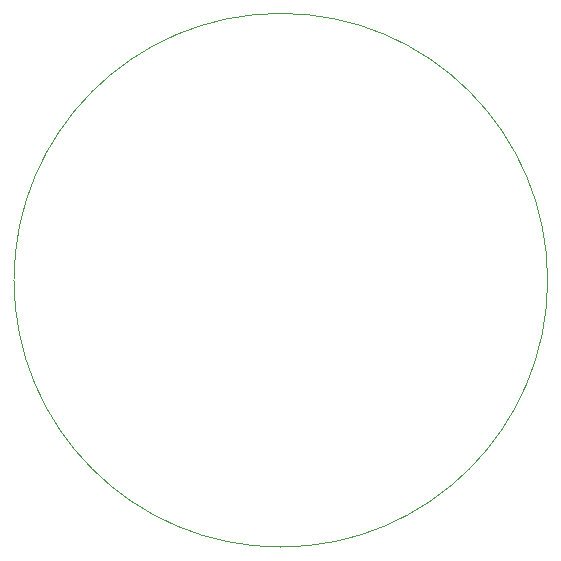
<source format=gm1>
G04 #@! TF.GenerationSoftware,KiCad,Pcbnew,7.0.8*
G04 #@! TF.CreationDate,2023-12-04T03:04:35-07:00*
G04 #@! TF.ProjectId,Lit,4c69742e-6b69-4636-9164-5f7063625858,rev?*
G04 #@! TF.SameCoordinates,Original*
G04 #@! TF.FileFunction,Profile,NP*
%FSLAX46Y46*%
G04 Gerber Fmt 4.6, Leading zero omitted, Abs format (unit mm)*
G04 Created by KiCad (PCBNEW 7.0.8) date 2023-12-04 03:04:35*
%MOMM*%
%LPD*%
G01*
G04 APERTURE LIST*
G04 #@! TA.AperFunction,Profile*
%ADD10C,0.100000*%
G04 #@! TD*
G04 APERTURE END LIST*
D10*
X159893483Y-93980000D02*
G75*
G03*
X159893483Y-93980000I-22591933J0D01*
G01*
M02*

</source>
